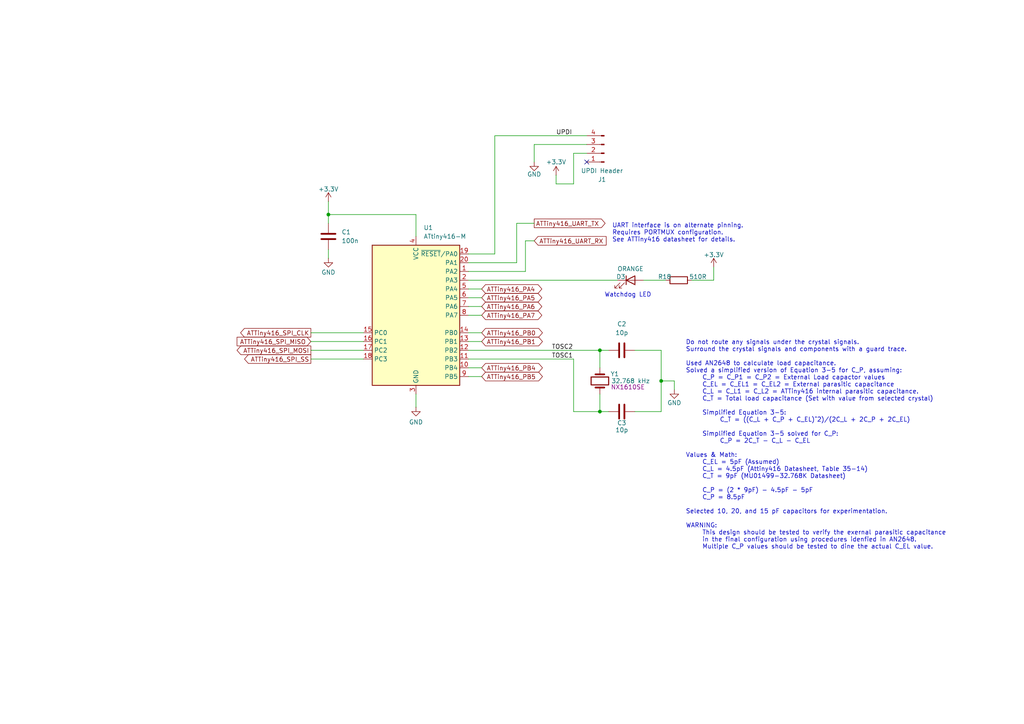
<source format=kicad_sch>
(kicad_sch (version 20231120) (generator "eeschema") (generator_version "8.0")
  (paper "A4")
  (title_block (title "ATTiny416 Development Board") (date "2025-02-09") (rev "1"))
  (lib_symbols
    (symbol "Connector:Conn_01x04_Pin" (pin_names (offset 1.016) hide)
      (property "Reference" "J" (at 0 5.08 0))
      (property "Value" "Conn_01x04_Pin" (at 0 -7.62 0))
      (symbol "Conn_01x04_Pin_1_1"
        (polyline (pts (xy 1.27 -5.08) (xy 0.8636 -5.08)) (stroke (width 0.1524)))
        (polyline (pts (xy 1.27 -2.54) (xy 0.8636 -2.54)) (stroke (width 0.1524)))
        (polyline (pts (xy 1.27 0) (xy 0.8636 0)) (stroke (width 0.1524)))
        (polyline (pts (xy 1.27 2.54) (xy 0.8636 2.54)) (stroke (width 0.1524)))
        (rectangle (start 0.8636 -4.953) (end 0 -5.207) (stroke (width 0.1524)) (fill (type outline)))
        (rectangle (start 0.8636 -2.413) (end 0 -2.667) (stroke (width 0.1524)) (fill (type outline)))
        (rectangle (start 0.8636 0.127) (end 0 -0.127) (stroke (width 0.1524)) (fill (type outline)))
        (rectangle (start 0.8636 2.667) (end 0 2.413) (stroke (width 0.1524)) (fill (type outline)))
        (pin passive line (at 5.08 2.54 180) (length 3.81) (name "Pin_1") (number "1"))
        (pin passive line (at 5.08 0 180) (length 3.81) (name "Pin_2") (number "2"))
        (pin passive line (at 5.08 -2.54 180) (length 3.81) (name "Pin_3") (number "3"))
        (pin passive line (at 5.08 -5.08 180) (length 3.81) (name "Pin_4") (number "4"))
      )
    )
    (symbol "Device:C" (pin_numbers hide) (pin_names (offset 0.254))
      (property "Reference" "C" (at 0.635 2.54 0))
      (property "Value" "C" (at 0.635 -2.54 0))
      (symbol "C_0_1"
        (polyline (pts (xy -2.032 -0.762) (xy 2.032 -0.762)) (stroke (width 0.508)))
        (polyline (pts (xy -2.032 0.762) (xy 2.032 0.762)) (stroke (width 0.508)))
      )
      (symbol "C_1_1"
        (pin passive line (at 0 3.81 270) (length 2.794) (name "~") (number "1"))
        (pin passive line (at 0 -3.81 90) (length 2.794) (name "~") (number "2"))
      )
    )
    (symbol "Device:Crystal" (pin_numbers hide) (pin_names (offset 1.016) hide)
      (property "Reference" "Y" (at 0 3.81 0))
      (property "Value" "Crystal" (at 0 -3.81 0))
      (symbol "Crystal_0_1"
        (rectangle (start -1.143 2.54) (end 1.143 -2.54) (stroke (width 0.3048)))
        (polyline (pts (xy -2.54 0) (xy -1.905 0)))
        (polyline (pts (xy -1.905 -1.27) (xy -1.905 1.27)) (stroke (width 0.508)))
        (polyline (pts (xy 1.905 -1.27) (xy 1.905 1.27)) (stroke (width 0.508)))
        (polyline (pts (xy 2.54 0) (xy 1.905 0)))
      )
      (symbol "Crystal_1_1"
        (pin passive line (at -3.81 0 0) (length 1.27) (name "1") (number "1"))
        (pin passive line (at 3.81 0 180) (length 1.27) (name "2") (number "2"))
      )
    )
    (symbol "Device:LED" (pin_numbers hide) (pin_names (offset 1.016) hide)
      (property "Reference" "D" (at 0 2.54 0))
      (property "Value" "LED" (at 0 -2.54 0))
      (symbol "LED_0_1"
        (polyline (pts (xy -1.27 -1.27) (xy -1.27 1.27)) (stroke (width 0.254)))
        (polyline (pts (xy -1.27 0) (xy 1.27 0)))
        (polyline (pts (xy 1.27 -1.27) (xy 1.27 1.27) (xy -1.27 0) (xy 1.27 -1.27)) (stroke (width 0.254)))
        (polyline (pts (xy -3.048 -0.762) (xy -4.572 -2.286) (xy -3.81 -2.286) (xy -4.572 -2.286) (xy -4.572 -1.524)))
        (polyline (pts (xy -1.778 -0.762) (xy -3.302 -2.286) (xy -2.54 -2.286) (xy -3.302 -2.286) (xy -3.302 -1.524)))
      )
      (symbol "LED_1_1"
        (pin passive line (at -3.81 0 0) (length 2.54) (name "K") (number "1"))
        (pin passive line (at 3.81 0 180) (length 2.54) (name "A") (number "2"))
      )
    )
    (symbol "Device:R" (pin_numbers hide) (pin_names (offset 0))
      (property "Reference" "R" (at 2.032 0 90))
      (property "Value" "R" (at 0 0 90))
      (symbol "R_0_1"
        (rectangle (start -1.016 -2.54) (end 1.016 2.54) (stroke (width 0.254)))
      )
      (symbol "R_1_1"
        (pin passive line (at 0 3.81 270) (length 1.27) (name "~") (number "1"))
        (pin passive line (at 0 -3.81 90) (length 1.27) (name "~") (number "2"))
      )
    )
    (symbol "MCU_Microchip_ATtiny:ATtiny416-M"
      (property "Reference" "U" (at -12.7 21.59 0))
      (property "Value" "ATtiny416-M" (at 2.54 -21.59 0))
      (symbol "ATtiny416-M_0_1"
        (rectangle (start -12.7 -20.32) (end 12.7 20.32) (stroke (width 0.254)) (fill (type background)))
      )
      (symbol "ATtiny416-M_1_1"
        (pin bidirectional line (at 15.24 12.7 180) (length 2.54) (name "PA2") (number "1"))
        (pin bidirectional line (at 15.24 -15.24 180) (length 2.54) (name "PB4") (number "10"))
        (pin bidirectional line (at 15.24 -12.7 180) (length 2.54) (name "PB3") (number "11"))
        (pin bidirectional line (at 15.24 -10.16 180) (length 2.54) (name "PB2") (number "12"))
        (pin bidirectional line (at 15.24 -7.62 180) (length 2.54) (name "PB1") (number "13"))
        (pin bidirectional line (at 15.24 -5.08 180) (length 2.54) (name "PB0") (number "14"))
        (pin bidirectional line (at -15.24 -5.08 0) (length 2.54) (name "PC0") (number "15"))
        (pin bidirectional line (at -15.24 -7.62 0) (length 2.54) (name "PC1") (number "16"))
        (pin bidirectional line (at -15.24 -10.16 0) (length 2.54) (name "PC2") (number "17"))
        (pin bidirectional line (at -15.24 -12.7 0) (length 2.54) (name "PC3") (number "18"))
        (pin bidirectional line (at 15.24 17.78 180) (length 2.54) (name "~{RESET}/PA0") (number "19"))
        (pin bidirectional line (at 15.24 10.16 180) (length 2.54) (name "PA3") (number "2"))
        (pin bidirectional line (at 15.24 15.24 180) (length 2.54) (name "PA1") (number "20"))
        (pin passive line (at 0 -22.86 90) (length 2.54) hide (name "GND") (number "21"))
        (pin power_in line (at 0 -22.86 90) (length 2.54) (name "GND") (number "3"))
        (pin power_in line (at 0 22.86 270) (length 2.54) (name "VCC") (number "4"))
        (pin bidirectional line (at 15.24 7.62 180) (length 2.54) (name "PA4") (number "5"))
        (pin bidirectional line (at 15.24 5.08 180) (length 2.54) (name "PA5") (number "6"))
        (pin bidirectional line (at 15.24 2.54 180) (length 2.54) (name "PA6") (number "7"))
        (pin bidirectional line (at 15.24 0 180) (length 2.54) (name "PA7") (number "8"))
        (pin bidirectional line (at 15.24 -17.78 180) (length 2.54) (name "PB5") (number "9"))
      )
    )
    (symbol "power:+3.3V" (power) (pin_numbers hide) (pin_names (offset 0) hide)
      (property "Value" "+3.3V" (at 0 3.556 0))
      (symbol "+3.3V_0_1"
        (polyline (pts (xy -0.762 1.27) (xy 0 2.54)))
        (polyline (pts (xy 0 0) (xy 0 2.54)))
        (polyline (pts (xy 0 2.54) (xy 0.762 1.27)))
      )
      (symbol "+3.3V_1_1"
        (pin power_in line (at 0 0 90) (length 0) (name "~") (number "1"))
      )
    )
    (symbol "power:GND" (power) (pin_numbers hide) (pin_names (offset 0) hide)
      (property "Value" "GND" (at 0 -3.81 0))
      (symbol "GND_0_1"
        (polyline (pts (xy 0 0) (xy 0 -1.27) (xy 1.27 -1.27) (xy 0 -2.54) (xy -1.27 -1.27) (xy 0 -1.27)))
      )
      (symbol "GND_1_1"
        (pin power_in line (at 0 0 270) (length 0) (name "~") (number "1"))
      )
    )
  )
  (junction (at 191.77 110.49))
  (junction (at 173.99 101.6))
  (junction (at 173.99 119.38))
  (junction (at 95.25 62.23))
  (no_connect (at 170.18 46.99))
  (wire (pts (xy 135.89 83.82) (xy 139.7 83.82)))
  (wire (pts (xy 135.89 91.44) (xy 139.7 91.44)))
  (wire (pts (xy 120.65 114.3) (xy 120.65 118.11)))
  (wire (pts (xy 191.77 101.6) (xy 191.77 110.49)))
  (wire (pts (xy 152.4 69.85) (xy 152.4 78.74)))
  (wire (pts (xy 95.25 72.39) (xy 95.25 74.93)))
  (wire (pts (xy 191.77 110.49) (xy 191.77 119.38)))
  (wire (pts (xy 207.01 77.47) (xy 207.01 81.28)))
  (wire (pts (xy 186.69 81.28) (xy 193.04 81.28)))
  (wire (pts (xy 143.51 39.37) (xy 143.51 73.66)))
  (wire (pts (xy 143.51 73.66) (xy 135.89 73.66)))
  (wire (pts (xy 90.17 101.6) (xy 105.41 101.6)))
  (wire (pts (xy 95.25 64.77) (xy 95.25 62.23)))
  (wire (pts (xy 135.89 86.36) (xy 139.7 86.36)))
  (wire (pts (xy 95.25 62.23) (xy 120.65 62.23)))
  (wire (pts (xy 135.89 109.22) (xy 139.7 109.22)))
  (wire (pts (xy 173.99 119.38) (xy 173.99 114.3)))
  (wire (pts (xy 166.37 104.14) (xy 166.37 119.38)))
  (wire (pts (xy 152.4 69.85) (xy 154.94 69.85)))
  (wire (pts (xy 173.99 106.68) (xy 173.99 101.6)))
  (wire (pts (xy 135.89 101.6) (xy 173.99 101.6)))
  (wire (pts (xy 90.17 96.52) (xy 105.41 96.52)))
  (wire (pts (xy 149.86 64.77) (xy 149.86 76.2)))
  (wire (pts (xy 90.17 104.14) (xy 105.41 104.14)))
  (wire (pts (xy 95.25 58.42) (xy 95.25 62.23)))
  (wire (pts (xy 135.89 106.68) (xy 139.7 106.68)))
  (wire (pts (xy 135.89 96.52) (xy 139.7 96.52)))
  (wire (pts (xy 149.86 76.2) (xy 135.89 76.2)))
  (wire (pts (xy 135.89 88.9) (xy 139.7 88.9)))
  (wire (pts (xy 135.89 81.28) (xy 179.07 81.28)))
  (wire (pts (xy 135.89 104.14) (xy 166.37 104.14)))
  (wire (pts (xy 154.94 41.91) (xy 170.18 41.91)))
  (wire (pts (xy 191.77 110.49) (xy 195.58 110.49)))
  (wire (pts (xy 184.15 101.6) (xy 191.77 101.6)))
  (wire (pts (xy 90.17 99.06) (xy 105.41 99.06)))
  (wire (pts (xy 166.37 53.34) (xy 161.29 53.34)))
  (wire (pts (xy 166.37 44.45) (xy 166.37 53.34)))
  (wire (pts (xy 170.18 44.45) (xy 166.37 44.45)))
  (wire (pts (xy 166.37 119.38) (xy 173.99 119.38)))
  (wire (pts (xy 191.77 119.38) (xy 184.15 119.38)))
  (wire (pts (xy 173.99 101.6) (xy 176.53 101.6)))
  (wire (pts (xy 173.99 119.38) (xy 176.53 119.38)))
  (wire (pts (xy 195.58 110.49) (xy 195.58 113.03)))
  (wire (pts (xy 152.4 78.74) (xy 135.89 78.74)))
  (wire (pts (xy 207.01 81.28) (xy 200.66 81.28)))
  (wire (pts (xy 161.29 53.34) (xy 161.29 50.8)))
  (wire (pts (xy 135.89 99.06) (xy 139.7 99.06)))
  (wire (pts (xy 154.94 46.99) (xy 154.94 41.91)))
  (wire (pts (xy 120.65 62.23) (xy 120.65 68.58)))
  (wire (pts (xy 149.86 64.77) (xy 154.94 64.77)))
  (wire (pts (xy 170.18 39.37) (xy 143.51 39.37)))
  (text "Do not route any signals under the crystal signals.\nSurround the crystal signals and components with a guard trace.\n\nUsed AN2648 to calculate load capacitance. \nSolved a simplified version of Equation 3-5 for C_P, assuming:\n	C_P = C_P1 = C_P2 = External Load capactor values\n	C_EL = C_EL1 = C_EL2 = External parasitic capacitance\n	C_L = C_L1 = C_L2 = ATTiny416 internal parasitic capacitance.\n	C_T = Total load capacitance (Set with value from selected crystal)\n\n	Simplified Equation 3-5:\n		C_T = ((C_L + C_P + C_EL)^2)/(2C_L + 2C_P + 2C_EL)\n\n	Simplified Equation 3-5 solved for C_P: \n		C_P = 2C_T - C_L - C_EL\n\nValues & Math: \n	C_EL = 5pF (Assumed)\n	C_L = 4.5pF (Attiny416 Datasheet, Table 35-14)\n	C_T = 9pF (MU01499-32.768K Datasheet)\n\n	C_P = (2 * 9pF) - 4.5pF - 5pF\n	C_P = 8.5pF\n\nSelected 10, 20, and 15 pF capacitors for experimentation.\n \nWARNING: \n	This design should be tested to verify the exernal parasitic capacitance\n	in the final configuration using procedures idenfied in AN2648.\n	Multiple C_P values should be tested to dine the actual C_EL value." (at 198.882 129.032 0) (effects (font (size 1.27 1.27)) (justify left)))
  (text "UART interface is on alternate pinning.\nRequires PORTMUX configuration. \nSee ATTiny416 datasheet for details." (at 177.546 67.564 0) (effects (font (size 1.27 1.27)) (justify left)))
  (text "Watchdog LED" (at 182.118 85.598 0) (effects (font (size 1.27 1.27))))
  (label "TOSC2" (at 160.02 101.6 0))
  (label "TOSC1" (at 160.02 104.14 0))
  (label "UPDI" (at 161.29 39.37 0))
  (global_label "ATTiny416_SPI_CLK" (shape output) (at 90.17 96.52 180) (property "Intersheetrefs" "${INTERSHEET_REFS}" (effects (hide yes))))
  (global_label "ATTiny416_UART_RX" (shape input) (at 154.94 69.85 0) (property "Intersheetrefs" "${INTERSHEET_REFS}" (effects (hide yes))))
  (global_label "ATTiny416_PA7" (shape bidirectional) (at 139.7 91.44 0) (property "Intersheetrefs" "${INTERSHEET_REFS}" (effects (hide yes))))
  (global_label "ATTiny416_PA4" (shape bidirectional) (at 139.7 83.82 0) (property "Intersheetrefs" "${INTERSHEET_REFS}" (effects (hide yes))))
  (global_label "ATTiny416_UART_TX" (shape output) (at 154.94 64.77 0) (property "Intersheetrefs" "${INTERSHEET_REFS}" (effects (hide yes))))
  (global_label "ATTiny416_SPI_SS" (shape output) (at 90.17 104.14 180) (property "Intersheetrefs" "${INTERSHEET_REFS}" (effects (hide yes))))
  (global_label "ATTiny416_SPI_MOSI" (shape output) (at 90.17 101.6 180) (property "Intersheetrefs" "${INTERSHEET_REFS}" (effects (hide yes))))
  (global_label "ATTiny416_PB0" (shape bidirectional) (at 139.7 96.52 0) (property "Intersheetrefs" "${INTERSHEET_REFS}" (effects (hide yes))))
  (global_label "ATTiny416_SPI_MISO" (shape input) (at 90.17 99.06 180) (property "Intersheetrefs" "${INTERSHEET_REFS}" (effects (hide yes))))
  (global_label "ATTiny416_PA6" (shape bidirectional) (at 139.7 88.9 0) (property "Intersheetrefs" "${INTERSHEET_REFS}" (effects (hide yes))))
  (global_label "ATTiny416_PB1" (shape bidirectional) (at 139.7 99.06 0) (property "Intersheetrefs" "${INTERSHEET_REFS}" (effects (hide yes))))
  (global_label "ATTiny416_PA5" (shape bidirectional) (at 139.7 86.36 0) (property "Intersheetrefs" "${INTERSHEET_REFS}" (effects (hide yes))))
  (global_label "ATTiny416_PB5" (shape bidirectional) (at 139.7 109.22 0) (property "Intersheetrefs" "${INTERSHEET_REFS}" (effects (hide yes))))
  (global_label "ATTiny416_PB4" (shape bidirectional) (at 139.7 106.68 0) (property "Intersheetrefs" "${INTERSHEET_REFS}" (effects (hide yes))))
  (symbol (lib_id "Device:C") (at 95.25 68.58 0) (unit 1)
    (property "Reference" "C1" (at 99.06 67.3099 0) (effects (justify left)))
    (property "Value" "100n" (at 99.06 69.8499 0) (effects (justify left)))
    (property "Footprint" "Capacitor_SMD:C_0805_2012Metric_Pad1.18x1.45mm_HandSolder" (effects (hide yes)))
    (property "Description" "Unpolarized capacitor" (effects (hide yes)))
  )
  (symbol (lib_id "power:+3.3V") (at 161.29 50.8 0) (mirror y) (unit 1)
    (property "Reference" "#PWR05" (effects (hide yes)))
    (property "Value" "+3.3V" (at 161.29 46.99 0))
    (property "Description" "Power symbol creates a global label with name \"+3.3V\"" (effects (hide yes)))
  )
  (symbol (lib_id "Device:R") (at 196.85 81.28 90) (unit 1)
    (property "Reference" "R18" (at 192.786 80.264 90))
    (property "Value" "510R" (at 202.438 80.264 90))
    (property "Footprint" "Resistor_SMD:R_0805_2012Metric_Pad1.20x1.40mm_HandSolder" (effects (hide yes)))
    (property "Description" "Resistor" (effects (hide yes)))
    (property "PN" "RC0603FR-0778R7L" (effects (hide yes)))
  )
  (symbol (lib_id "power:+3.3V") (at 95.25 58.42 0) (mirror y) (unit 1)
    (property "Reference" "#PWR01" (effects (hide yes)))
    (property "Value" "+3.3V" (at 95.25 54.864 0))
    (property "Description" "Power symbol creates a global label with name \"+3.3V\"" (effects (hide yes)))
  )
  (symbol (lib_id "power:+3.3V") (at 207.01 77.47 0) (mirror y) (unit 1)
    (property "Reference" "#PWR031" (effects (hide yes)))
    (property "Value" "+3.3V" (at 207.01 73.914 0))
    (property "Description" "Power symbol creates a global label with name \"+3.3V\"" (effects (hide yes)))
  )
  (symbol (lib_id "MCU_Microchip_ATtiny:ATtiny416-M") (at 120.65 91.44 0) (unit 1)
    (property "Reference" "U1" (at 122.8441 66.04 0) (effects (justify left)))
    (property "Value" "ATtiny416-M" (at 122.8441 68.58 0) (effects (justify left)))
    (property "Footprint" "Package_DFN_QFN:VQFN-20-1EP_3x3mm_P0.4mm_EP1.7x1.7mm" (effects (hide yes)))
    (property "Datasheet" "http://ww1.microchip.com/downloads/en/DeviceDoc/40001913A.pdf" (effects (hide yes)))
    (property "Description" "20MHz, 4kB Flash, 256B SRAM, 128B EEPROM, VQFN-20" (effects (hide yes)))
  )
  (symbol (lib_id "Connector:Conn_01x04_Pin") (at 175.26 44.45 180) (unit 1)
    (property "Reference" "J1" (at 174.625 52.07 0))
    (property "Value" "UPDI Header" (at 174.625 49.53 0))
    (property "Footprint" "Connector_PinHeader_2.54mm:PinHeader_1x04_P2.54mm_Vertical" (effects (hide yes)))
    (property "Description" "Generic connector, single row, 01x04, script generated" (effects (hide yes)))
  )
  (symbol (lib_id "Device:C") (at 180.34 119.38 90) (unit 1)
    (property "Reference" "C3" (at 180.34 122.682 90))
    (property "Value" "10p" (at 180.34 124.714 90))
    (property "Footprint" "Capacitor_SMD:C_0805_2012Metric_Pad1.18x1.45mm_HandSolder" (effects (hide yes)))
    (property "Description" "Unpolarized capacitor" (effects (hide yes)))
  )
  (symbol (lib_id "Device:LED") (at 182.88 81.28 0) (unit 1)
    (property "Reference" "D3" (at 180.086 80.264 0))
    (property "Value" "ORANGE" (at 182.88 77.978 0))
    (property "Footprint" "Diode_SMD:D_0805_2012Metric_Pad1.15x1.40mm_HandSolder" (effects (hide yes)))
    (property "Description" "Light emitting diode" (effects (hide yes)))
    (property "PN" "SML-211DTT86" (effects (hide yes)))
  )
  (symbol (lib_id "power:GND") (at 120.65 118.11 0) (unit 1)
    (property "Reference" "#PWR03" (effects (hide yes)))
    (property "Value" "GND" (at 120.65 122.428 0))
    (property "Description" "Power symbol creates a global label with name \"GND\" , ground" (effects (hide yes)))
  )
  (symbol (lib_id "Device:C") (at 180.34 101.6 90) (unit 1)
    (property "Reference" "C2" (at 180.34 93.98 90))
    (property "Value" "10p" (at 180.34 96.52 90))
    (property "Footprint" "Capacitor_SMD:C_0805_2012Metric_Pad1.18x1.45mm_HandSolder" (effects (hide yes)))
    (property "Description" "Unpolarized capacitor" (effects (hide yes)))
  )
  (symbol (lib_id "power:GND") (at 95.25 74.93 0) (unit 1)
    (property "Reference" "#PWR02" (effects (hide yes)))
    (property "Value" "GND" (at 95.25 78.994 0))
    (property "Description" "Power symbol creates a global label with name \"GND\" , ground" (effects (hide yes)))
  )
  (symbol (lib_id "power:GND") (at 195.58 113.03 0) (unit 1)
    (property "Reference" "#PWR06" (effects (hide yes)))
    (property "Value" "GND" (at 195.58 116.84 0))
    (property "Description" "Power symbol creates a global label with name \"GND\" , ground" (effects (hide yes)))
  )
  (symbol (lib_id "power:GND") (at 154.94 46.99 0) (unit 1)
    (property "Reference" "#PWR04" (effects (hide yes)))
    (property "Value" "GND" (at 154.94 50.546 0))
    (property "Description" "Power symbol creates a global label with name \"GND\" , ground" (effects (hide yes)))
  )
  (symbol (lib_id "Device:Crystal") (at 173.99 110.49 90) (unit 1)
    (property "Reference" "Y1" (at 177.038 108.458 90) (effects (justify right)))
    (property "Value" "32.768 kHz" (at 177.292 110.49 90) (effects (justify right)))
    (property "Footprint" "NX1610SE:NX1610SE" (effects (hide yes)))
    (property "Description" "Two pin crystal" (effects (hide yes)))
    (property "PN" "NX1610SE" (at 182.118 112.268 90))
  )
)
</source>
